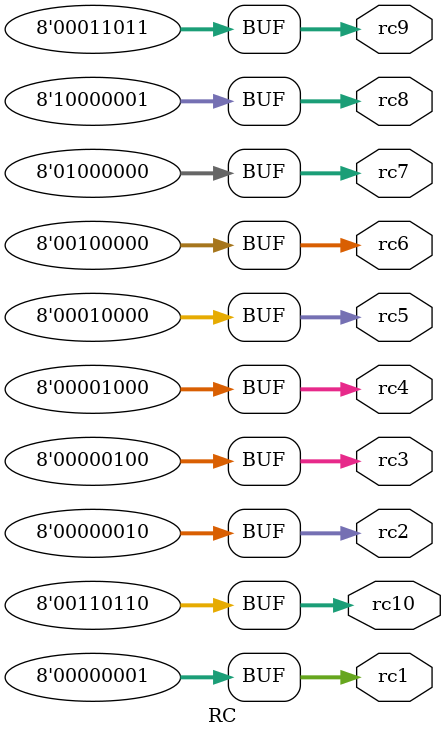
<source format=v>
`timescale 1ns / 1ps
module RC(rc1, rc2, rc3, rc4, rc5, rc6, rc7, rc8, rc9, rc10);

 output [7:0] rc1, rc2, rc3, rc4, rc5, rc6, rc7, rc8, rc9, rc10;
 
 assign rc1 = 8'b00000001;
 assign rc2 = 8'b00000010;
 assign rc3 = 8'b00000100;
 assign rc4 = 8'b00001000;
 assign rc5 = 8'b00010000;
 assign rc6 = 8'b00100000;
 assign rc7 = 8'b01000000;
 assign rc8 = 8'b10000001;
 assign rc9 = 8'b00011011;
 assign rc10 = 8'b00110110;
 
endmodule

</source>
